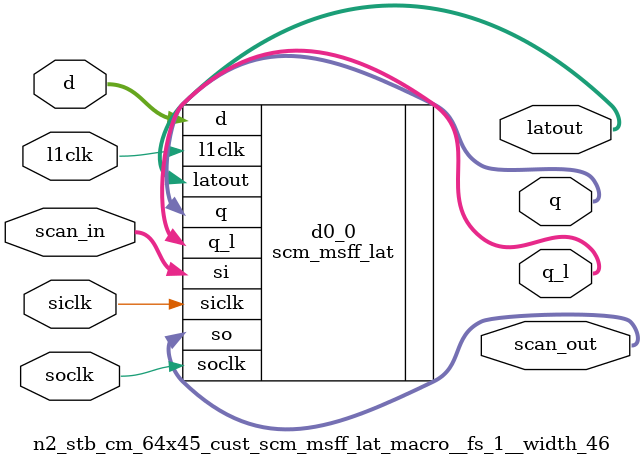
<source format=v>
module n2_stb_cm_64x45_cust (
  stb_cam_rw_ptr, 
  stb_cam_rw_tid, 
  stb_cam_wptr_vld, 
  stb_cam_rptr_vld, 
  stb_camwr_data, 
  stb_cam_vld, 
  stb_cam_cm_tid, 
  stb_cam_line_en, 
  stb_quad_ld_cam, 
  stb_rdata_ramc, 
  stb_ld_partial_raw, 
  stb_cam_hit_ptr, 
  stb_cam_hit, 
  stb_cam_mhit, 
  l2clk, 
  scan_in, 
  tcu_pce_ov, 
  tcu_aclk, 
  tcu_bclk, 
  tcu_scan_en, 
  tcu_se_scancollar_in, 
  tcu_se_scancollar_out, 
  tcu_array_wr_inhibit, 
  pce, 
  scan_out);
wire l1clk_in;
wire l1clk_out;
wire l1clk_free;
wire [44:0] stb_rdata;
wire [44:0] stb_rdata_;
wire [44:0] stb_rdata_ramc_;
wire dff_out_mask_scanin;
wire dff_out_mask_scanout;
wire mo_din_scanin;
wire mo_din_scanout;
wire [2:0] cam_rw_tid;
wire [2:0] cam_rw_ptr;
wire rptr_vld;
wire wptr_vld;
wire [7:0] mo_din_q_unused;
wire [7:0] mo_din_q_l_unused;
wire [7:0] mo_din_mq_l_unused;
wire cam_vld_din_scanin;
wire cam_vld_din_scanout;
wire cam_vld;
wire cam_vld_din_q_unused;
wire cam_vld_din_q_l_unused;
wire cam_tid_din_scanin;
wire cam_tid_din_scanout;
wire [2:0] cam_cm_tid;
wire dff_out_addr_scanin;
wire dff_out_addr_scanout;
wire [45:0] camwr_din_scanin;
wire [45:0] camwr_din_scanout;
wire [44:0] camwr_data;
wire cam_ldq;
wire [45:0] camwr_din_q_unused;
wire [45:0] camwr_din_q_l_unused;


input	[2:0]	stb_cam_rw_ptr ;	// wr pointer for single port.
input	[2:0]	stb_cam_rw_tid ;	// thread id for rw.
input		stb_cam_wptr_vld ;	// write pointer vld
input		stb_cam_rptr_vld ;	// read pointer vld

input	[44:0]	stb_camwr_data ;	// data for compare/write
input		stb_cam_vld ;		// cam is required.
input	[2:0]	stb_cam_cm_tid ;	// thread id for cam operation.
input	[7:0]	stb_cam_line_en;	// mask for squashing cam results (unflopped input)

input		stb_quad_ld_cam ; 	// quad-ld cam.


output	[44:0]	stb_rdata_ramc ;  // rd data from CAM RAM.
output		stb_ld_partial_raw ; // ld with partial raw.
output	[2:0]	stb_cam_hit_ptr ;
output		stb_cam_hit ;	  // any hit in stb
output		stb_cam_mhit ;	  // multiple hits in stb	

input		l2clk;
input		scan_in;
input		tcu_pce_ov;
input		tcu_aclk;
input		tcu_bclk;
input		tcu_scan_en;
input		tcu_se_scancollar_in;
input		tcu_se_scancollar_out;
input		tcu_array_wr_inhibit;
input		pce;
output		scan_out;


wire pce_ov = tcu_pce_ov;
wire stop   = 1'b0;
wire siclk  = tcu_aclk ;
wire soclk  = tcu_bclk;

integer	i,l;

//================================================
// Clock headers
//================================================
n2_stb_cm_64x45_cust_l1clkhdr_ctl_macro l1ch_in (
	.l2clk	(l2clk), 
	.l1en 	(pce), 
	.se	(tcu_se_scancollar_in),
	.l1clk	(l1clk_in),
  .pce_ov(pce_ov),
  .stop(stop)
);

n2_stb_cm_64x45_cust_l1clkhdr_ctl_macro l1ch_out (
	.l2clk	(l2clk), 
	.l1en 	(pce), 
	.se	(tcu_se_scancollar_out),
	.l1clk	(l1clk_out),
  .pce_ov(pce_ov),
  .stop(stop)
);

n2_stb_cm_64x45_cust_l1clkhdr_ctl_macro l1ch_free (
	.l2clk	(l2clk), 
	.l1en 	(pce), 
	.se	(tcu_scan_en),
	.l1clk	(l1clk_free),
  .pce_ov(pce_ov),
  .stop(stop)
);

///////////////////////////////////////////////////////////////
// Input/output flops/latches
///////////////////////////////////////////////////////////////

// Output flops are inverted.
n2_stb_cm_64x45_cust_inv_macro__width_45 rdata_in_inv  (
	.din	(stb_rdata[44:0]),
	.dout	(stb_rdata_[44:0])
);
n2_stb_cm_64x45_cust_inv_macro__width_45 rdata_out_inv  (
	.din	(stb_rdata_ramc_[44:0]),
	.dout	(stb_rdata_ramc[44:0])
);

n2_stb_cm_64x45_cust_msff_ctl_macro__width_8 dff_out_mask  (
	.scan_in(dff_out_mask_scanin),
	.scan_out(dff_out_mask_scanout),
	.l1clk	(l1clk_out),
	.din	(stb_rdata_[7:0]),
	.dout	(stb_rdata_ramc_[7:0]),
  .siclk(siclk),
  .soclk(soclk)
);

n2_stb_cm_64x45_cust_sram_msff_mo_macro__width_8 mo_din  (
	.scan_in(mo_din_scanin),
	.scan_out(mo_din_scanout),
	.l1clk	(l1clk_in),
	.and_clk(l1clk_free),
	.d	({stb_cam_rw_tid[2:0],stb_cam_rw_ptr[2:0],stb_cam_rptr_vld,stb_cam_wptr_vld}),
	.mq	({cam_rw_tid[2:0],    cam_rw_ptr[2:0],    rptr_vld,        wptr_vld}),
	.q	(mo_din_q_unused[7:0]),
	.q_l	( mo_din_q_l_unused[7:0]),
	.mq_l	( mo_din_mq_l_unused[7:0]),
  .siclk(siclk),
  .soclk(soclk)
);

n2_stb_cm_64x45_cust_scm_msff_lat_macro__width_1 cam_vld_din  (
	.scan_in(cam_vld_din_scanin),
	.scan_out(cam_vld_din_scanout),
	.l1clk	(l1clk_in),
	.d	(stb_cam_vld),
	.latout	(cam_vld),
	.q	( cam_vld_din_q_unused),
	.q_l	( cam_vld_din_q_l_unused),
  .siclk(siclk),
  .soclk(soclk)   
);

n2_stb_cm_64x45_cust_msff_ctl_macro__width_3 cam_tid_din  (
	.scan_in(cam_tid_din_scanin),
	.scan_out(cam_tid_din_scanout),
	.l1clk	(l1clk_in),
	.din	(stb_cam_cm_tid[2:0]),
	.dout	(cam_cm_tid[2:0]),
  .siclk(siclk),
  .soclk(soclk)
);

n2_stb_cm_64x45_cust_msff_ctl_macro__width_37 dff_out_addr  (
	.scan_in(dff_out_addr_scanin),
	.scan_out(dff_out_addr_scanout),
	.l1clk	(l1clk_out),
	.din	(stb_rdata_[44:8]),
	.dout	(stb_rdata_ramc_[44:8]),
  .siclk(siclk),
  .soclk(soclk)
);

n2_stb_cm_64x45_cust_scm_msff_lat_macro__fs_1__width_46 camwr_din   (
	.scan_in(camwr_din_scanin[45:0]),
	.scan_out(camwr_din_scanout[45:0]),
	.l1clk	(l1clk_in),
	.d	({stb_camwr_data[44:0],stb_quad_ld_cam}),
	.latout	({    camwr_data[44:0],cam_ldq}),
	.q	(camwr_din_q_unused[45:0]),
	.q_l	(camwr_din_q_l_unused[45:0]),
  .siclk(siclk),
  .soclk(soclk)
);

// 0in bits_on -var {wptr_vld,rptr_vld} -max 1
// 0in bits_on -var {wptr_vld,cam_vld} -max 1

n2_stb_cm_64x45_array cam_array (
	.cam_line_en	(stb_cam_line_en[7:0]),
	.clk		(l1clk_free),
  .cam_rw_ptr(cam_rw_ptr[2:0]),
  .cam_rw_tid(cam_rw_tid[2:0]),
  .wptr_vld(wptr_vld),
  .rptr_vld(rptr_vld),
  .camwr_data(camwr_data[44:0]),
  .cam_vld(cam_vld),
  .cam_cm_tid(cam_cm_tid[2:0]),
  .cam_ldq(cam_ldq),
  .stb_rdata(stb_rdata[44:0]),
  .stb_ld_partial_raw(stb_ld_partial_raw),
  .stb_cam_hit_ptr(stb_cam_hit_ptr[2:0]),
  .stb_cam_hit(stb_cam_hit),
  .stb_cam_mhit(stb_cam_mhit),
  .tcu_array_wr_inhibit(tcu_array_wr_inhibit),
  .siclk(siclk)
);



supply0 vss;
supply1 vdd;
// fixscan start:
assign dff_out_mask_scanin       = scan_in                  ;
assign mo_din_scanin             = dff_out_mask_scanout     ;
assign cam_vld_din_scanin        = mo_din_scanout           ;
assign cam_tid_din_scanin        = cam_vld_din_scanout      ;
assign dff_out_addr_scanin       = cam_tid_din_scanout      ;
assign camwr_din_scanin[0]       = dff_out_addr_scanout     ;
assign camwr_din_scanin[9]       = camwr_din_scanout[0]     ;
assign camwr_din_scanin[10]      = camwr_din_scanout[9]     ;
assign camwr_din_scanin[11]      = camwr_din_scanout[10]     ;
assign camwr_din_scanin[12]      = camwr_din_scanout[11]     ;
assign camwr_din_scanin[13]      = camwr_din_scanout[12]     ;
assign camwr_din_scanin[14]      = camwr_din_scanout[13]     ;
assign camwr_din_scanin[15]      = camwr_din_scanout[14]     ;
assign camwr_din_scanin[16]      = camwr_din_scanout[15]     ;
assign camwr_din_scanin[17]      = camwr_din_scanout[16]     ;
assign camwr_din_scanin[18]      = camwr_din_scanout[17]     ;
assign camwr_din_scanin[19]      = camwr_din_scanout[18]     ;
assign camwr_din_scanin[20]      = camwr_din_scanout[19]     ;
assign camwr_din_scanin[21]      = camwr_din_scanout[20]     ;
assign camwr_din_scanin[22]      = camwr_din_scanout[21]     ;
assign camwr_din_scanin[23]      = camwr_din_scanout[22]     ;
assign camwr_din_scanin[24]      = camwr_din_scanout[23]     ;
assign camwr_din_scanin[25]      = camwr_din_scanout[24]     ;
assign camwr_din_scanin[26]      = camwr_din_scanout[25]     ;
assign camwr_din_scanin[27]      = camwr_din_scanout[26]     ;
assign camwr_din_scanin[28]      = camwr_din_scanout[27]     ;
assign camwr_din_scanin[29]      = camwr_din_scanout[28]     ;
assign camwr_din_scanin[30]      = camwr_din_scanout[29]     ;
assign camwr_din_scanin[31]      = camwr_din_scanout[30]     ;
assign camwr_din_scanin[32]      = camwr_din_scanout[31]     ;
assign camwr_din_scanin[33]      = camwr_din_scanout[32]     ;
assign camwr_din_scanin[34]      = camwr_din_scanout[33]     ;
assign camwr_din_scanin[35]      = camwr_din_scanout[34]     ;
assign camwr_din_scanin[36]      = camwr_din_scanout[35]     ;
assign camwr_din_scanin[37]      = camwr_din_scanout[36]     ;
assign camwr_din_scanin[38]      = camwr_din_scanout[37]     ;
assign camwr_din_scanin[39]      = camwr_din_scanout[38]     ;
assign camwr_din_scanin[40]      = camwr_din_scanout[39]     ;
assign camwr_din_scanin[41]      = camwr_din_scanout[40]     ;
assign camwr_din_scanin[42]      = camwr_din_scanout[41]     ;
assign camwr_din_scanin[43]      = camwr_din_scanout[42]     ;
assign camwr_din_scanin[44]      = camwr_din_scanout[43]     ;
assign camwr_din_scanin[45]      = camwr_din_scanout[44]     ;
assign camwr_din_scanin[1]       = camwr_din_scanout[45]     ;
assign camwr_din_scanin[2]       = camwr_din_scanout[1]     ;
assign camwr_din_scanin[3]       = camwr_din_scanout[2]     ;
assign camwr_din_scanin[4]       = camwr_din_scanout[3]     ;
assign camwr_din_scanin[5]       = camwr_din_scanout[4]     ;
assign camwr_din_scanin[6]       = camwr_din_scanout[5]     ;
assign camwr_din_scanin[7]       = camwr_din_scanout[6]     ;
assign camwr_din_scanin[8]       = camwr_din_scanout[7]     ;
assign scan_out                  = camwr_din_scanout[8]     ;
// fixscan end:


endmodule






// any PARAMS parms go into naming of macro

module n2_stb_cm_64x45_cust_l1clkhdr_ctl_macro (
  l2clk, 
  l1en, 
  pce_ov, 
  stop, 
  se, 
  l1clk);


  input l2clk;
  input l1en;
  input pce_ov;
  input stop;
  input se;
  output l1clk;



 

cl_sc1_l1hdr_8x c_0 (


   .l2clk(l2clk),
   .pce(l1en),
   .l1clk(l1clk),
  .se(se),
  .pce_ov(pce_ov),
  .stop(stop)
);



endmodule









//
//   invert macro
//
//





module n2_stb_cm_64x45_cust_inv_macro__width_45 (
  din, 
  dout);
  input [44:0] din;
  output [44:0] dout;






inv /*#(45)*/  d0_0 (
.in(din[44:0]),
.out(dout[44:0])
);









endmodule









// any PARAMS parms go into naming of macro

module n2_stb_cm_64x45_cust_msff_ctl_macro__width_8 (
  din, 
  l1clk, 
  scan_in, 
  siclk, 
  soclk, 
  dout, 
  scan_out);
wire [7:0] fdin;
wire [6:0] so;

  input [7:0] din;
  input l1clk;
  input scan_in;


  input siclk;
  input soclk;

  output [7:0] dout;
  output scan_out;
assign fdin[7:0] = din[7:0];






dff /*#(8)*/  d0_0 (
.l1clk(l1clk),
.siclk(siclk),
.soclk(soclk),
.d(fdin[7:0]),
.si({scan_in,so[6:0]}),
.so({so[6:0],scan_out}),
.q(dout[7:0])
);












endmodule









//
//   macro for cl_mc1_sram_msff_mo_{16,8,4}x flops
//
//





module n2_stb_cm_64x45_cust_sram_msff_mo_macro__width_8 (
  d, 
  scan_in, 
  l1clk, 
  and_clk, 
  siclk, 
  soclk, 
  mq, 
  mq_l, 
  scan_out, 
  q, 
  q_l);
wire [6:0] so;

input [7:0] d;
  input scan_in;
input l1clk;
input and_clk;
input siclk;
input soclk;
output [7:0] mq;
output [7:0] mq_l;
  output scan_out;
output [7:0] q;
output [7:0] q_l;






new_dlata /*#(8)*/  d0_0 (
.d(d[7:0]),
.si({scan_in,so[6:0]}),
.so({so[6:0],scan_out}),
.l1clk(l1clk),
.and_clk(and_clk),
.siclk(siclk),
.soclk(soclk),
.q(q[7:0]),
.q_l(q_l[7:0]),
.mq(mq[7:0]),
.mq_l(mq_l[7:0])
);










//place::generic_place($width,$stack,$left);

endmodule





//
//   macro for cl_mc1_scm_msff_lat_{4}x flops
//
//





module n2_stb_cm_64x45_cust_scm_msff_lat_macro__width_1 (
  d, 
  scan_in, 
  l1clk, 
  siclk, 
  soclk, 
  latout, 
  scan_out, 
  q, 
  q_l);
input [0:0] d;
  input scan_in;
input l1clk;
input siclk;
input soclk;
output [0:0] latout;
  output scan_out;
output [0:0] q;
output [0:0] q_l;






scm_msff_lat /*#(1)*/  d0_0 (
.d(d[0:0]),
.si(scan_in),
.so(scan_out),
.l1clk(l1clk),
.siclk(siclk),
.soclk(soclk),
.q(q[0:0]),
.q_l(q_l[0:0]),
.latout(latout[0:0])
);










//place::generic_place($width,$stack,$left);

endmodule









// any PARAMS parms go into naming of macro

module n2_stb_cm_64x45_cust_msff_ctl_macro__width_3 (
  din, 
  l1clk, 
  scan_in, 
  siclk, 
  soclk, 
  dout, 
  scan_out);
wire [2:0] fdin;
wire [1:0] so;

  input [2:0] din;
  input l1clk;
  input scan_in;


  input siclk;
  input soclk;

  output [2:0] dout;
  output scan_out;
assign fdin[2:0] = din[2:0];






dff /*#(3)*/  d0_0 (
.l1clk(l1clk),
.siclk(siclk),
.soclk(soclk),
.d(fdin[2:0]),
.si({scan_in,so[1:0]}),
.so({so[1:0],scan_out}),
.q(dout[2:0])
);












endmodule













// any PARAMS parms go into naming of macro

module n2_stb_cm_64x45_cust_msff_ctl_macro__width_37 (
  din, 
  l1clk, 
  scan_in, 
  siclk, 
  soclk, 
  dout, 
  scan_out);
wire [36:0] fdin;
wire [35:0] so;

  input [36:0] din;
  input l1clk;
  input scan_in;


  input siclk;
  input soclk;

  output [36:0] dout;
  output scan_out;
assign fdin[36:0] = din[36:0];






dff /*#(37)*/  d0_0 (
.l1clk(l1clk),
.siclk(siclk),
.soclk(soclk),
.d(fdin[36:0]),
.si({scan_in,so[35:0]}),
.so({so[35:0],scan_out}),
.q(dout[36:0])
);












endmodule









//
//   macro for cl_mc1_scm_msff_lat_{4}x flops
//
//





module n2_stb_cm_64x45_cust_scm_msff_lat_macro__fs_1__width_46 (
  d, 
  scan_in, 
  l1clk, 
  siclk, 
  soclk, 
  latout, 
  scan_out, 
  q, 
  q_l);
input [45:0] d;
  input [45:0] scan_in;
input l1clk;
input siclk;
input soclk;
output [45:0] latout;
  output [45:0] scan_out;
output [45:0] q;
output [45:0] q_l;






scm_msff_lat /*#(46)*/  d0_0 (
.d(d[45:0]),
.si(scan_in[45:0]),
.so(scan_out[45:0]),
.l1clk(l1clk),
.siclk(siclk),
.soclk(soclk),
.q(q[45:0]),
.q_l(q_l[45:0]),
.latout(latout[45:0])
);










//place::generic_place($width,$stack,$left);

endmodule








`ifdef FPGA

module n2_stb_cm_64x45_array(cam_rw_ptr, cam_rw_tid, wptr_vld, rptr_vld, 
	camwr_data, cam_vld, cam_cm_tid, cam_line_en, cam_ldq, stb_rdata, 
	stb_ld_partial_raw, stb_cam_hit_ptr, stb_cam_hit, stb_cam_mhit, clk, 
	tcu_array_wr_inhibit, siclk);

	input	[2:0]		cam_rw_ptr;
	input	[2:0]		cam_rw_tid;
	input			wptr_vld;
	input			rptr_vld;
	input	[44:0]		camwr_data;
	input			cam_vld;
	input	[2:0]		cam_cm_tid;
	input	[7:0]		cam_line_en;
	input			cam_ldq;
	output	[44:0]		stb_rdata;
	output			stb_ld_partial_raw;
	output	[2:0]		stb_cam_hit_ptr;
	output			stb_cam_hit;
	output			stb_cam_mhit;
	input			clk;
	input			tcu_array_wr_inhibit;
	input			siclk;

	wire	[5:0]		rw_addr;
	wire			write_vld;
	wire			read_vld;
	wire	[7:0]		byte_overlap_mx;
	wire	[7:0]		byte_match_mx;
	wire	[7:0]		ptag_hit_mx;
	wire	[7:0]		cam_hit;
	integer			i;
	integer			l;

	reg	[44:0]		stb_ramc[63:0];
	reg	[44:0]		stb_rdata;
	reg	[44:0]		ramc_entry;
	reg	[36:0]		cam_tag;
	reg	[7:0]		cam_bmask;
	reg	[63:0]		ptag_hit;
	reg	[63:0]		byte_match;
	reg	[63:0]		byte_overlap;
	supply0			vss;
	supply1			vdd;

	assign rw_addr[5:0] = {cam_rw_tid[2:0], cam_rw_ptr[2:0]};
	assign write_vld = (wptr_vld & (~tcu_array_wr_inhibit));
	assign read_vld = (rptr_vld & (~tcu_array_wr_inhibit));
	assign byte_overlap_mx[7:0] = (((((((({8 {(cam_cm_tid[2:0] == 3'b0)}} & 
		byte_overlap[7:0]) | ({8 {(cam_cm_tid[2:0] == 3'b1)}} & 
		byte_overlap[15:8])) | ({8 {(cam_cm_tid[2:0] == 3'd2)}} & 
		byte_overlap[23:16])) | ({8 {(cam_cm_tid[2:0] == 3'd3)}} & 
		byte_overlap[31:24])) | ({8 {(cam_cm_tid[2:0] == 3'd4)}} & 
		byte_overlap[39:32])) | ({8 {(cam_cm_tid[2:0] == 3'd5)}} & 
		byte_overlap[47:40])) | ({8 {(cam_cm_tid[2:0] == 3'd6)}} & 
		byte_overlap[55:48])) | ({8 {(cam_cm_tid[2:0] == 3'd7)}} & 
		byte_overlap[63:56]));
	assign byte_match_mx[7:0] = (((((((({8 {(cam_cm_tid[2:0] == 3'b0)}} & 
		byte_match[7:0]) | ({8 {(cam_cm_tid[2:0] == 3'b1)}} & 
		byte_match[15:8])) | ({8 {(cam_cm_tid[2:0] == 3'd2)}} & 
		byte_match[23:16])) | ({8 {(cam_cm_tid[2:0] == 3'd3)}} & 
		byte_match[31:24])) | ({8 {(cam_cm_tid[2:0] == 3'd4)}} & 
		byte_match[39:32])) | ({8 {(cam_cm_tid[2:0] == 3'd5)}} & 
		byte_match[47:40])) | ({8 {(cam_cm_tid[2:0] == 3'd6)}} & 
		byte_match[55:48])) | ({8 {(cam_cm_tid[2:0] == 3'd7)}} & 
		byte_match[63:56]));
	assign ptag_hit_mx[7:0] = (((((((({8 {(cam_cm_tid[2:0] == 3'b0)}} & 
		ptag_hit[7:0]) | ({8 {(cam_cm_tid[2:0] == 3'b1)}} & 
		ptag_hit[15:8])) | ({8 {(cam_cm_tid[2:0] == 3'd2)}} & 
		ptag_hit[23:16])) | ({8 {(cam_cm_tid[2:0] == 3'd3)}} & 
		ptag_hit[31:24])) | ({8 {(cam_cm_tid[2:0] == 3'd4)}} & 
		ptag_hit[39:32])) | ({8 {(cam_cm_tid[2:0] == 3'd5)}} & 
		ptag_hit[47:40])) | ({8 {(cam_cm_tid[2:0] == 3'd6)}} & 
		ptag_hit[55:48])) | ({8 {(cam_cm_tid[2:0] == 3'd7)}} & 
		ptag_hit[63:56]));
	assign stb_ld_partial_raw = (|(((ptag_hit_mx[7:0] & byte_match_mx[7:0]) 
		& byte_overlap_mx[7:0]) & cam_line_en[7:0]));
	assign cam_hit[7:0] = ((ptag_hit_mx[7:0] & byte_match_mx[7:0]) & 
		cam_line_en[7:0]);
	assign stb_cam_hit = (|cam_hit[7:0]);
	assign stb_cam_hit_ptr[0] = (((cam_hit[1] | cam_hit[3]) | cam_hit[5]) | 
		cam_hit[7]);
	assign stb_cam_hit_ptr[1] = (((cam_hit[2] | cam_hit[3]) | cam_hit[6]) | 
		cam_hit[7]);
	assign stb_cam_hit_ptr[2] = (((cam_hit[4] | cam_hit[5]) | cam_hit[6]) | 
		cam_hit[7]);
	assign stb_cam_mhit = (((((((cam_hit[0] & cam_hit[1]) | (cam_hit[2] & 
		cam_hit[3])) | (cam_hit[4] & cam_hit[5])) | (cam_hit[6] & 
		cam_hit[7])) | ((cam_hit[0] | cam_hit[1]) & (cam_hit[2] | 
		cam_hit[3]))) | ((cam_hit[4] | cam_hit[5]) & (cam_hit[6] | 
		cam_hit[7]))) | ((|cam_hit[3:0]) & (|cam_hit[7:4])));

	initial begin
	  for (i = 0; (i < 64); i = (i + 1)) begin
	    stb_ramc[i] = 45'b0;
	  end
	end
	always @(clk or write_vld or rw_addr or camwr_data or cam_vld) begin
	  if (clk & write_vld) begin
	    if (cam_vld) begin
	      stb_ramc[rw_addr] <= 45'hxxxxxxxxxxxx;
	    end
	    else begin
	      stb_ramc[rw_addr] <= camwr_data[44:0];
	    end
	  end
	end
	always @(clk or read_vld or rw_addr or write_vld) begin
	  if (clk) begin
	    if (write_vld | (~read_vld)) begin
	      stb_rdata[44:0] <= 45'hxxxxxxxxxxxx;
	    end
	    else begin
	      stb_rdata[44:0] <= stb_ramc[rw_addr];
	    end
	  end
	end
	always @(posedge clk) begin
	  for (l = 0; (l < 64); l = (l + 1)) begin
	    ramc_entry[44:0] = stb_ramc[l];
	    cam_tag[36:0] = ramc_entry[44:8];
	    cam_bmask[7:0] = ramc_entry[7:0];
	    ptag_hit[l] <= (((cam_tag[36:1] == camwr_data[44:9]) & (((cam_tag[0]
		    == camwr_data[8]) & (~cam_ldq)) | cam_ldq)) & cam_vld);
	    byte_match[l] <= ((|(cam_bmask[7:0] & camwr_data[7:0])) & cam_vld);
	    byte_overlap[l] <= ((|((~cam_bmask[7:0]) & camwr_data[7:0])) & 
		    cam_vld);
	  end
	end
endmodule

`endif	// `ifdef FPGA


</source>
